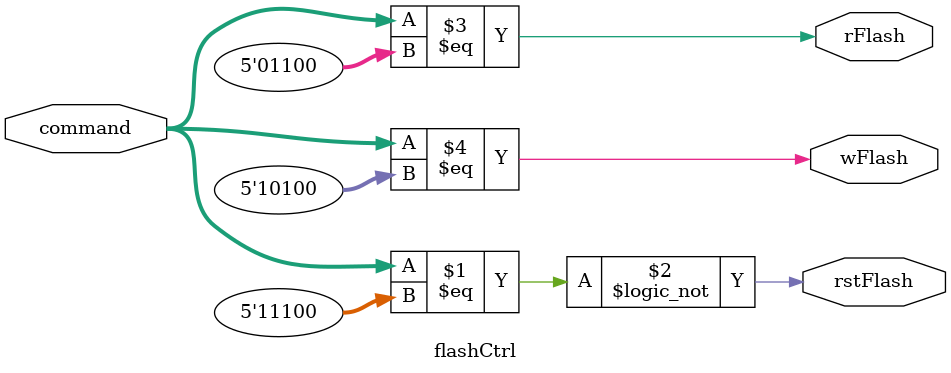
<source format=v>
module flashCtrl(
    input [4:0] command, // Current command[15:11] bits
    output rstFlash, // Reset flash
    output rFlash, // Read flash enable
    output wFlash // Write flash enable
);

// Must specifically target flash to reset it to protect the glyph data
assign rstFlash = !(command[4:0] == 5'b11100); 
assign rFlash = (command[4:0] == 5'b01100); // read Flash enable
assign wFlash = (command[4:0] == 5'b10100); // Write Flash enanble

endmodule
</source>
